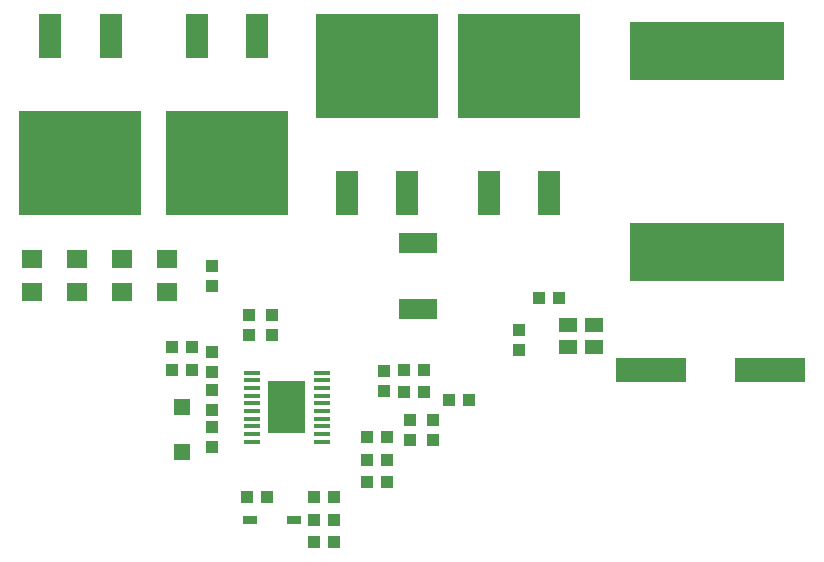
<source format=gbr>
G04 EAGLE Gerber RS-274X export*
G75*
%MOMM*%
%FSLAX34Y34*%
%LPD*%
%INSolderpaste Top*%
%IPPOS*%
%AMOC8*
5,1,8,0,0,1.08239X$1,22.5*%
G01*
%ADD10R,1.400000X0.450000*%
%ADD11R,1.400000X1.400000*%
%ADD12R,1.000000X1.100000*%
%ADD13R,3.200000X1.800000*%
%ADD14R,1.100000X1.000000*%
%ADD15R,13.000000X5.000000*%
%ADD16R,1.500000X1.300000*%
%ADD17R,6.000000X2.000000*%
%ADD18R,10.300000X8.900000*%
%ADD19R,1.930400X3.810000*%
%ADD20R,1.200000X0.700000*%
%ADD21R,1.800000X1.600000*%

G36*
X339133Y117826D02*
X339133Y117826D01*
X339140Y117824D01*
X339232Y117833D01*
X339243Y117839D01*
X339256Y117838D01*
X339345Y117865D01*
X339354Y117873D01*
X339368Y117875D01*
X339450Y117918D01*
X339457Y117928D01*
X339470Y117932D01*
X339542Y117991D01*
X339547Y118002D01*
X339559Y118008D01*
X339618Y118080D01*
X339621Y118092D01*
X339632Y118101D01*
X339675Y118182D01*
X339676Y118194D01*
X339685Y118205D01*
X339712Y118294D01*
X339710Y118306D01*
X339717Y118318D01*
X339726Y118410D01*
X339724Y118416D01*
X339726Y118423D01*
X339726Y160978D01*
X339724Y160983D01*
X339726Y160990D01*
X339717Y161082D01*
X339711Y161093D01*
X339712Y161106D01*
X339685Y161195D01*
X339677Y161204D01*
X339675Y161218D01*
X339632Y161300D01*
X339622Y161307D01*
X339618Y161320D01*
X339559Y161392D01*
X339548Y161397D01*
X339542Y161409D01*
X339470Y161468D01*
X339458Y161471D01*
X339457Y161473D01*
X339457Y161474D01*
X339450Y161482D01*
X339368Y161525D01*
X339356Y161526D01*
X339345Y161535D01*
X339256Y161562D01*
X339244Y161560D01*
X339232Y161567D01*
X339140Y161576D01*
X339134Y161574D01*
X339128Y161576D01*
X308573Y161576D01*
X308567Y161574D01*
X308560Y161576D01*
X308468Y161567D01*
X308457Y161561D01*
X308444Y161562D01*
X308355Y161535D01*
X308346Y161527D01*
X308332Y161525D01*
X308251Y161482D01*
X308243Y161472D01*
X308230Y161468D01*
X308158Y161409D01*
X308153Y161398D01*
X308141Y161392D01*
X308082Y161320D01*
X308079Y161308D01*
X308068Y161300D01*
X308025Y161218D01*
X308024Y161206D01*
X308015Y161195D01*
X307988Y161106D01*
X307990Y161094D01*
X307983Y161082D01*
X307974Y160990D01*
X307976Y160984D01*
X307974Y160978D01*
X307974Y118423D01*
X307976Y118417D01*
X307974Y118410D01*
X307983Y118318D01*
X307989Y118307D01*
X307988Y118294D01*
X308015Y118205D01*
X308023Y118196D01*
X308025Y118182D01*
X308068Y118101D01*
X308078Y118093D01*
X308082Y118080D01*
X308141Y118008D01*
X308152Y118003D01*
X308158Y117991D01*
X308230Y117932D01*
X308242Y117929D01*
X308251Y117918D01*
X308332Y117875D01*
X308344Y117874D01*
X308355Y117865D01*
X308444Y117838D01*
X308456Y117840D01*
X308468Y117833D01*
X308560Y117824D01*
X308566Y117826D01*
X308573Y117824D01*
X339128Y117824D01*
X339133Y117826D01*
G37*
D10*
X353350Y110450D03*
X353350Y116950D03*
X353350Y123450D03*
X353350Y129950D03*
X353350Y136450D03*
X353350Y142950D03*
X353350Y149450D03*
X353350Y155950D03*
X353350Y162450D03*
X353350Y168950D03*
X294350Y168950D03*
X294350Y162450D03*
X294350Y155950D03*
X294350Y149450D03*
X294350Y142950D03*
X294350Y136450D03*
X294350Y129950D03*
X294350Y123450D03*
X294350Y116950D03*
X294350Y110450D03*
D11*
X234950Y101650D03*
X234950Y139650D03*
D12*
X260350Y137550D03*
X260350Y154550D03*
X260350Y105800D03*
X260350Y122800D03*
D13*
X434975Y278825D03*
X434975Y222825D03*
D14*
X311150Y201050D03*
X311150Y218050D03*
D12*
X292100Y201050D03*
X292100Y218050D03*
D15*
X679450Y441325D03*
X679450Y271325D03*
D16*
X584200Y209525D03*
X584200Y190525D03*
X561975Y209525D03*
X561975Y190525D03*
D17*
X632625Y171450D03*
X732625Y171450D03*
D18*
X273050Y346475D03*
D19*
X298550Y453975D03*
X247550Y453975D03*
D18*
X400050Y428225D03*
D19*
X374550Y320725D03*
X425550Y320725D03*
D18*
X520700Y428225D03*
D19*
X495200Y320725D03*
X546200Y320725D03*
D18*
X149225Y346475D03*
D19*
X174725Y453975D03*
X123725Y453975D03*
D20*
X292650Y44450D03*
X329650Y44450D03*
D12*
X364100Y44450D03*
X347100Y44450D03*
X347100Y25400D03*
X364100Y25400D03*
X364100Y63500D03*
X347100Y63500D03*
D14*
X447675Y129150D03*
X447675Y112150D03*
X428625Y129150D03*
X428625Y112150D03*
X423300Y171450D03*
X440300Y171450D03*
D12*
X406400Y170425D03*
X406400Y153425D03*
X423300Y152400D03*
X440300Y152400D03*
X478400Y146050D03*
X461400Y146050D03*
X408550Y114300D03*
X391550Y114300D03*
D14*
X391550Y76200D03*
X408550Y76200D03*
X391550Y95250D03*
X408550Y95250D03*
D12*
X260350Y259325D03*
X260350Y242325D03*
D21*
X222250Y264825D03*
X222250Y236825D03*
X184150Y264825D03*
X184150Y236825D03*
X146050Y264825D03*
X146050Y236825D03*
X107950Y264825D03*
X107950Y236825D03*
D12*
X537600Y231775D03*
X554600Y231775D03*
D14*
X520700Y188350D03*
X520700Y205350D03*
D12*
X243450Y190500D03*
X226450Y190500D03*
X243450Y171450D03*
X226450Y171450D03*
X260350Y186300D03*
X260350Y169300D03*
D14*
X289950Y63500D03*
X306950Y63500D03*
M02*

</source>
